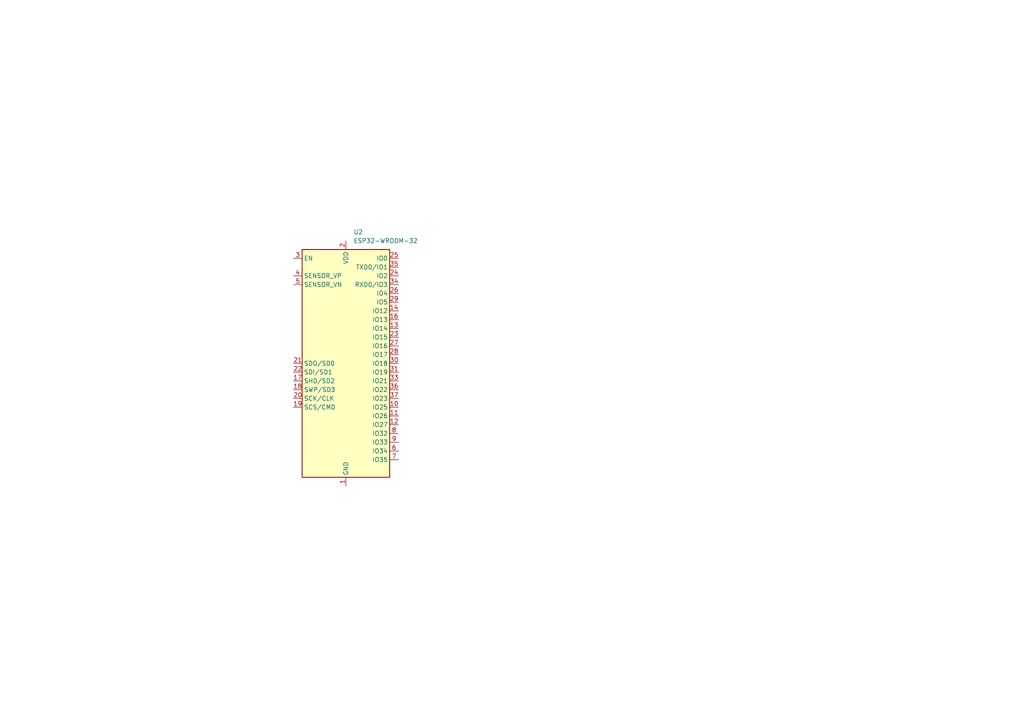
<source format=kicad_sch>
(kicad_sch (version 20231120) (generator "eeschema") (generator_version "8.0")
  (paper "A4")
  (lib_symbols
    (symbol "RF_Module:ESP32-WROOM-32"
      (property "Reference" "U" (at -12.7 34.29 0))
      (property "Value" "ESP32-WROOM-32" (at 1.27 34.29 0))
      (symbol "ESP32-WROOM-32_0_1"
        (rectangle (start -12.7 33.02) (end 12.7 -33.02) (stroke (width 0.254)) (fill (type background)))
      )
      (symbol "ESP32-WROOM-32_1_1"
        (pin power_in line (at 0 -35.56 90) (length 2.54) (name "GND") (number "1"))
        (pin bidirectional line (at 15.24 -12.7 180) (length 2.54) (name "IO25") (number "10"))
        (pin bidirectional line (at 15.24 -15.24 180) (length 2.54) (name "IO26") (number "11"))
        (pin bidirectional line (at 15.24 -17.78 180) (length 2.54) (name "IO27") (number "12"))
        (pin bidirectional line (at 15.24 10.16 180) (length 2.54) (name "IO14") (number "13"))
        (pin bidirectional line (at 15.24 15.24 180) (length 2.54) (name "IO12") (number "14"))
        (pin passive line (at 0 -35.56 90) (length 2.54) hide (name "GND") (number "15"))
        (pin bidirectional line (at 15.24 12.7 180) (length 2.54) (name "IO13") (number "16"))
        (pin bidirectional line (at -15.24 -5.08 0) (length 2.54) (name "SHD/SD2") (number "17"))
        (pin bidirectional line (at -15.24 -7.62 0) (length 2.54) (name "SWP/SD3") (number "18"))
        (pin bidirectional line (at -15.24 -12.7 0) (length 2.54) (name "SCS/CMD") (number "19"))
        (pin power_in line (at 0 35.56 270) (length 2.54) (name "VDD") (number "2"))
        (pin bidirectional line (at -15.24 -10.16 0) (length 2.54) (name "SCK/CLK") (number "20"))
        (pin bidirectional line (at -15.24 0 0) (length 2.54) (name "SDO/SD0") (number "21"))
        (pin bidirectional line (at -15.24 -2.54 0) (length 2.54) (name "SDI/SD1") (number "22"))
        (pin bidirectional line (at 15.24 7.62 180) (length 2.54) (name "IO15") (number "23"))
        (pin bidirectional line (at 15.24 25.4 180) (length 2.54) (name "IO2") (number "24"))
        (pin bidirectional line (at 15.24 30.48 180) (length 2.54) (name "IO0") (number "25"))
        (pin bidirectional line (at 15.24 20.32 180) (length 2.54) (name "IO4") (number "26"))
        (pin bidirectional line (at 15.24 5.08 180) (length 2.54) (name "IO16") (number "27"))
        (pin bidirectional line (at 15.24 2.54 180) (length 2.54) (name "IO17") (number "28"))
        (pin bidirectional line (at 15.24 17.78 180) (length 2.54) (name "IO5") (number "29"))
        (pin input line (at -15.24 30.48 0) (length 2.54) (name "EN") (number "3"))
        (pin bidirectional line (at 15.24 0 180) (length 2.54) (name "IO18") (number "30"))
        (pin bidirectional line (at 15.24 -2.54 180) (length 2.54) (name "IO19") (number "31"))
        (pin no_connect line (at -12.7 -27.94 0) (length 2.54) hide (name "NC") (number "32"))
        (pin bidirectional line (at 15.24 -5.08 180) (length 2.54) (name "IO21") (number "33"))
        (pin bidirectional line (at 15.24 22.86 180) (length 2.54) (name "RXD0/IO3") (number "34"))
        (pin bidirectional line (at 15.24 27.94 180) (length 2.54) (name "TXD0/IO1") (number "35"))
        (pin bidirectional line (at 15.24 -7.62 180) (length 2.54) (name "IO22") (number "36"))
        (pin bidirectional line (at 15.24 -10.16 180) (length 2.54) (name "IO23") (number "37"))
        (pin passive line (at 0 -35.56 90) (length 2.54) hide (name "GND") (number "38"))
        (pin passive line (at 0 -35.56 90) (length 2.54) hide (name "GND") (number "39"))
        (pin input line (at -15.24 25.4 0) (length 2.54) (name "SENSOR_VP") (number "4"))
        (pin input line (at -15.24 22.86 0) (length 2.54) (name "SENSOR_VN") (number "5"))
        (pin input line (at 15.24 -25.4 180) (length 2.54) (name "IO34") (number "6"))
        (pin input line (at 15.24 -27.94 180) (length 2.54) (name "IO35") (number "7"))
        (pin bidirectional line (at 15.24 -20.32 180) (length 2.54) (name "IO32") (number "8"))
        (pin bidirectional line (at 15.24 -22.86 180) (length 2.54) (name "IO33") (number "9"))
      )
    )
  )
  (symbol (lib_id "RF_Module:ESP32-WROOM-32") (at 100.33 105.41 0) (unit 1)
    (property "Reference" "U2" (at 102.5241 67.31 0) (effects (justify left)))
    (property "Value" "ESP32-WROOM-32" (at 102.5241 69.85 0) (effects (justify left)))
    (property "Footprint" "RF_Module:ESP32-WROOM-32" (effects (hide yes)))
    (property "Datasheet" "https://www.espressif.com/sites/default/files/documentation/esp32-wroom-32_datasheet_en.pdf" (effects (hide yes)))
    (property "Description" "RF Module, ESP32-D0WDQ6 SoC, Wi-Fi 802.11b/g/n, Bluetooth, BLE, 32-bit, 2.7-3.6V, onboard antenna, SMD" (effects (hide yes)))
  )
)
</source>
